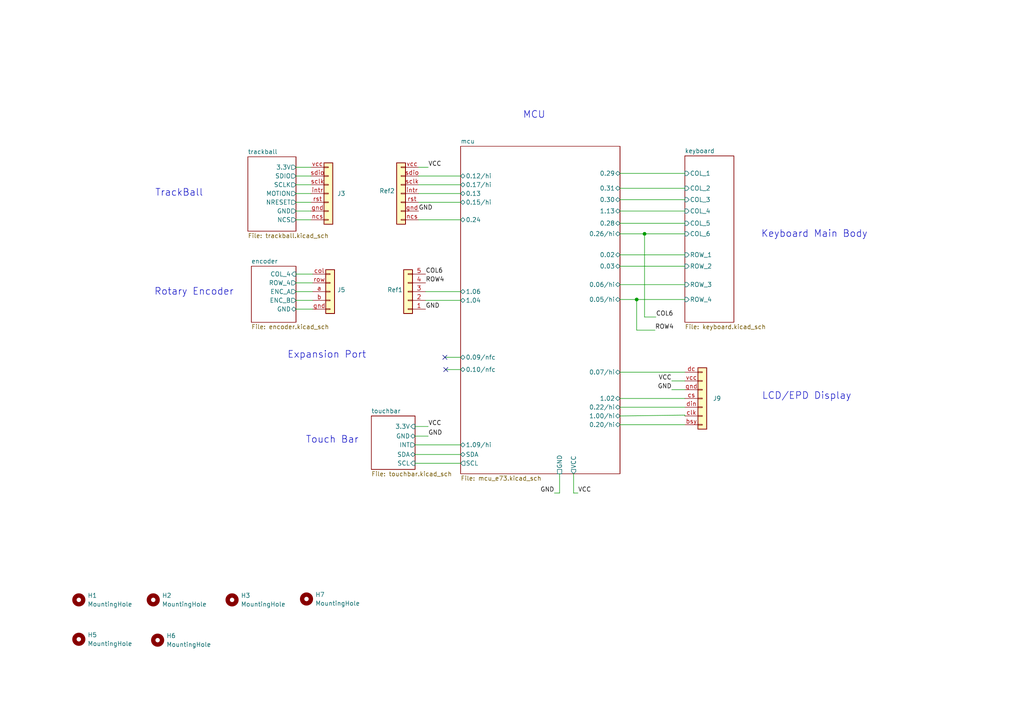
<source format=kicad_sch>
(kicad_sch (version 20211123) (generator eeschema)
  (paper "A4")
  (lib_symbols
    (symbol "Conn_01x05_1" (pin_names (offset 1.016) hide)
      (property "Reference" "J5" (at -1.016 3.302 0))
      (symbol "Conn_01x05_1_1_1"
        (rectangle (start -1.27 -4.953) (end 0 -5.207) (stroke (width 0.1524)))
        (rectangle (start -1.27 -2.413) (end 0 -2.667) (stroke (width 0.1524)))
        (rectangle (start -1.27 0.127) (end 0 -0.127) (stroke (width 0.1524)))
        (rectangle (start -1.27 2.667) (end 0 2.413) (stroke (width 0.1524)))
        (rectangle (start -1.27 5.207) (end 0 4.953) (stroke (width 0.1524)))
        (rectangle (start -1.27 6.35) (end 1.27 -6.35) (stroke (width 0.254)) (fill (type background)))
        (pin passive line (at -5.08 0 0) (length 3.81) (name "a") (number "a"))
        (pin passive line (at -5.08 -2.54 0) (length 3.81) (name "b") (number "b"))
        (pin passive line (at -5.08 5.08 0) (length 3.81) (name "col") (number "col"))
        (pin passive line (at -5.08 -5.08 0) (length 3.81) (name "gnd") (number "gnd"))
        (pin passive line (at -5.08 2.54 0) (length 3.81) (name "row") (number "row"))
      )
    )
    (symbol "Conn_01x07_1" (pin_names (offset 1.016) hide)
      (property "Reference" "J3" (at 2.54 1.2701 0))
      (property "Value" "Conn_01x07" (at 2.54 -1.2699 0))
      (symbol "Conn_01x07_1_1_1"
        (rectangle (start -1.27 -7.493) (end 0 -7.747) (stroke (width 0.1524)))
        (rectangle (start -1.27 -4.953) (end 0 -5.207) (stroke (width 0.1524)))
        (rectangle (start -1.27 -2.413) (end 0 -2.667) (stroke (width 0.1524)))
        (rectangle (start -1.27 0.127) (end 0 -0.127) (stroke (width 0.1524)))
        (rectangle (start -1.27 2.667) (end 0 2.413) (stroke (width 0.1524)))
        (rectangle (start -1.27 5.207) (end 0 4.953) (stroke (width 0.1524)))
        (rectangle (start -1.27 7.747) (end 0 7.493) (stroke (width 0.1524)))
        (rectangle (start -1.27 8.89) (end 1.27 -8.89) (stroke (width 0.254)) (fill (type background)))
        (pin passive line (at -5.08 -5.08 0) (length 3.81) (name "gnd") (number "gnd"))
        (pin passive line (at -5.08 0 0) (length 3.81) (name "motion") (number "intr"))
        (pin passive line (at -5.08 -7.62 0) (length 3.81) (name "ncs") (number "ncs"))
        (pin passive line (at -5.08 -2.54 0) (length 3.81) (name "rst") (number "rst"))
        (pin passive line (at -5.08 2.54 0) (length 3.81) (name "sclk") (number "sclk"))
        (pin passive line (at -5.08 5.08 0) (length 3.81) (name "sdio") (number "sdio"))
        (pin passive line (at -5.08 7.62 0) (length 3.81) (name "vcc") (number "vcc"))
      )
    )
    (symbol "Conn_01x07_2" (pin_names (offset 1.016) hide)
      (property "Reference" "Ref2" (at -2.54 13.97 0))
      (symbol "Conn_01x07_2_1_1"
        (rectangle (start -1.27 -7.493) (end 0 -7.747) (stroke (width 0.1524)))
        (rectangle (start -1.27 -4.953) (end 0 -5.207) (stroke (width 0.1524)))
        (rectangle (start -1.27 -2.413) (end 0 -2.667) (stroke (width 0.1524)))
        (rectangle (start -1.27 0.127) (end 0 -0.127) (stroke (width 0.1524)))
        (rectangle (start -1.27 2.667) (end 0 2.413) (stroke (width 0.1524)))
        (rectangle (start -1.27 5.207) (end 0 4.953) (stroke (width 0.1524)))
        (rectangle (start -1.27 7.747) (end 0 7.493) (stroke (width 0.1524)))
        (rectangle (start -1.27 8.89) (end 1.27 -8.89) (stroke (width 0.254)) (fill (type background)))
        (pin passive line (at -5.08 5.08 0) (length 3.81) (name "gnd") (number "gnd"))
        (pin passive line (at -5.08 0 0) (length 3.81) (name "motion") (number "intr"))
        (pin passive line (at -5.08 7.62 0) (length 3.81) (name "ncs") (number "ncs"))
        (pin passive line (at -5.08 2.54 0) (length 3.81) (name "rst") (number "rst"))
        (pin passive line (at -5.08 -2.54 0) (length 3.81) (name "sclk") (number "sclk"))
        (pin passive line (at -5.08 -5.08 0) (length 3.81) (name "sdio") (number "sdio"))
        (pin passive line (at -5.08 -7.62 0) (length 3.81) (name "vcc") (number "vcc"))
      )
    )
    (symbol "Connector_Generic:Conn_01x05" (pin_names (offset 1.016) hide)
      (property "Reference" "J" (at 0 7.62 0))
      (property "Value" "Conn_01x05" (at 0 -7.62 0))
      (symbol "Conn_01x05_1_1"
        (rectangle (start -1.27 -4.953) (end 0 -5.207) (stroke (width 0.1524)))
        (rectangle (start -1.27 -2.413) (end 0 -2.667) (stroke (width 0.1524)))
        (rectangle (start -1.27 0.127) (end 0 -0.127) (stroke (width 0.1524)))
        (rectangle (start -1.27 2.667) (end 0 2.413) (stroke (width 0.1524)))
        (rectangle (start -1.27 5.207) (end 0 4.953) (stroke (width 0.1524)))
        (rectangle (start -1.27 6.35) (end 1.27 -6.35) (stroke (width 0.254)) (fill (type background)))
        (pin passive line (at -5.08 5.08 0) (length 3.81) (name "Pin_1") (number "1"))
        (pin passive line (at -5.08 2.54 0) (length 3.81) (name "Pin_2") (number "2"))
        (pin passive line (at -5.08 0 0) (length 3.81) (name "Pin_3") (number "3"))
        (pin passive line (at -5.08 -2.54 0) (length 3.81) (name "Pin_4") (number "4"))
        (pin passive line (at -5.08 -5.08 0) (length 3.81) (name "Pin_5") (number "5"))
      )
    )
    (symbol "Mechanical:MountingHole" (pin_names (offset 1.016))
      (property "Reference" "H" (at 0 5.08 0))
      (property "Value" "MountingHole" (at 0 3.175 0))
      (symbol "MountingHole_0_1"
        (circle (center 0 0) (radius 1.27) (stroke (width 1.27)))
      )
    )
    (symbol "mysymbol:Conn_LCD" (pin_names (offset 1.016) hide)
      (property "Reference" "J" (at 0 10.16 0))
      (property "Value" "Conn_LCD" (at 0 -10.16 0))
      (symbol "Conn_LCD_1_1"
        (rectangle (start -1.27 -7.493) (end 0 -7.747) (stroke (width 0.1524)))
        (rectangle (start -1.27 -4.953) (end 0 -5.207) (stroke (width 0.1524)))
        (rectangle (start -1.27 -2.413) (end 0 -2.667) (stroke (width 0.1524)))
        (rectangle (start -1.27 0.127) (end 0 -0.127) (stroke (width 0.1524)))
        (rectangle (start -1.27 2.667) (end 0 2.413) (stroke (width 0.1524)))
        (rectangle (start -1.27 5.207) (end 0 4.953) (stroke (width 0.1524)))
        (rectangle (start -1.27 7.747) (end 0 7.493) (stroke (width 0.1524)))
        (rectangle (start -1.27 8.89) (end 1.27 -8.89) (stroke (width 0.254)) (fill (type background)))
        (pin passive line (at -5.08 -7.62 0) (length 3.81) (name "bsy") (number "bsy"))
        (pin passive line (at -5.08 -5.08 0) (length 3.81) (name "clk") (number "clk"))
        (pin passive line (at -5.08 0 0) (length 3.81) (name "cs") (number "cs"))
        (pin passive line (at -5.08 7.62 0) (length 3.81) (name "dc") (number "dc"))
        (pin passive line (at -5.08 -2.54 0) (length 3.81) (name "din") (number "din"))
        (pin passive line (at -5.08 2.54 0) (length 3.81) (name "gnd") (number "gnd"))
        (pin passive line (at -5.08 5.08 0) (length 3.81) (name "vcc") (number "vcc"))
      )
    )
  )
  (junction (at 184.658 86.868))
  (junction (at 186.944 67.818))
  (no_connect (at 129.032 103.632))
  (no_connect (at 129.286 107.188))
  (wire (pts (xy 194.818 113.03) (xy 198.628 113.03)))
  (wire (pts (xy 85.852 82.042) (xy 90.678 82.042)))
  (wire (pts (xy 194.818 110.49) (xy 198.628 110.49)))
  (wire (pts (xy 179.832 115.57) (xy 198.628 115.57)))
  (wire (pts (xy 179.832 64.77) (xy 198.628 64.77)))
  (wire (pts (xy 179.832 82.55) (xy 198.628 82.55)))
  (wire (pts (xy 179.832 50.292) (xy 198.628 50.292)))
  (wire (pts (xy 120.396 131.826) (xy 133.604 131.826)))
  (wire (pts (xy 121.412 53.594) (xy 133.604 53.594)))
  (wire (pts (xy 198.628 120.396) (xy 198.628 120.65)))
  (wire (pts (xy 85.852 56.134) (xy 90.17 56.134)))
  (wire (pts (xy 120.396 129.032) (xy 133.604 129.032)))
  (wire (pts (xy 179.832 120.65) (xy 198.628 120.396)))
  (wire (pts (xy 121.412 48.514) (xy 124.206 48.514)))
  (wire (pts (xy 85.852 84.582) (xy 90.678 84.582)))
  (wire (pts (xy 85.852 79.502) (xy 90.678 79.502)))
  (wire (pts (xy 85.852 89.662) (xy 90.678 89.662)))
  (wire (pts (xy 162.306 143.002) (xy 160.782 143.002)))
  (wire (pts (xy 179.832 123.19) (xy 198.628 123.19)))
  (wire (pts (xy 120.396 126.492) (xy 124.206 126.492)))
  (wire (pts (xy 162.306 137.414) (xy 162.306 143.002)))
  (wire (pts (xy 120.396 134.366) (xy 133.604 134.366)))
  (wire (pts (xy 189.992 95.758) (xy 184.658 95.758)))
  (wire (pts (xy 121.412 56.134) (xy 133.604 56.134)))
  (wire (pts (xy 198.628 118.11) (xy 179.832 118.11)))
  (wire (pts (xy 166.37 143.002) (xy 167.64 143.002)))
  (wire (pts (xy 85.852 58.674) (xy 90.17 58.674)))
  (wire (pts (xy 85.852 61.214) (xy 90.17 61.214)))
  (wire (pts (xy 184.658 95.758) (xy 184.658 86.868)))
  (wire (pts (xy 85.852 48.514) (xy 90.17 48.514)))
  (wire (pts (xy 85.852 63.754) (xy 90.17 63.754)))
  (wire (pts (xy 186.944 91.948) (xy 186.944 67.818)))
  (wire (pts (xy 121.412 51.054) (xy 133.604 51.054)))
  (wire (pts (xy 179.832 107.95) (xy 198.628 107.95)))
  (wire (pts (xy 179.832 57.912) (xy 198.628 57.912)))
  (wire (pts (xy 123.444 87.122) (xy 133.604 87.122)))
  (wire (pts (xy 186.944 67.818) (xy 198.628 67.818)))
  (wire (pts (xy 129.286 107.188) (xy 133.604 107.188)))
  (wire (pts (xy 179.832 54.61) (xy 198.628 54.61)))
  (wire (pts (xy 123.444 84.582) (xy 133.604 84.582)))
  (wire (pts (xy 121.412 58.674) (xy 133.604 58.674)))
  (wire (pts (xy 85.852 53.594) (xy 90.17 53.594)))
  (wire (pts (xy 179.832 77.216) (xy 198.628 77.216)))
  (wire (pts (xy 179.832 67.818) (xy 186.944 67.818)))
  (wire (pts (xy 184.658 86.868) (xy 198.628 86.868)))
  (wire (pts (xy 129.032 103.632) (xy 133.604 103.632)))
  (wire (pts (xy 120.396 123.698) (xy 124.206 123.698)))
  (wire (pts (xy 179.832 61.214) (xy 198.628 61.214)))
  (wire (pts (xy 179.832 86.868) (xy 184.658 86.868)))
  (wire (pts (xy 190.246 91.948) (xy 186.944 91.948)))
  (wire (pts (xy 85.852 87.122) (xy 90.678 87.122)))
  (wire (pts (xy 121.412 63.754) (xy 133.604 63.754)))
  (wire (pts (xy 179.832 73.914) (xy 198.628 73.914)))
  (wire (pts (xy 166.37 137.414) (xy 166.37 143.002)))
  (wire (pts (xy 85.852 51.054) (xy 90.17 51.054)))
  (text "Touch Bar" (at 88.646 128.778 0) (effects (font (size 2 2)) (justify left bottom)))
  (text "Rotary Encoder" (at 44.704 85.852 0) (effects (font (size 2 2)) (justify left bottom)))
  (text "LCD/EPD Display" (at 220.98 116.078 0) (effects (font (size 2 2)) (justify left bottom)))
  (text "Keyboard Main Body" (at 220.726 69.088 0) (effects (font (size 2 2)) (justify left bottom)))
  (text "Expansion Port" (at 83.312 104.14 0) (effects (font (size 2 2)) (justify left bottom)))
  (text "TrackBall" (at 44.958 57.15 0) (effects (font (size 2 2)) (justify left bottom)))
  (text "MCU" (at 151.638 34.544 0) (effects (font (size 2 2)) (justify left bottom)))
  (label "VCC" (at 167.64 143.002 0))
  (label "GND" (at 194.818 113.03 180))
  (label "VCC" (at 124.206 123.698 0))
  (label "GND" (at 123.444 89.662 0))
  (label "ROW4" (at 189.992 95.758 0))
  (label "ROW4" (at 123.444 82.042 0))
  (label "GND" (at 160.782 143.002 180))
  (label "GND" (at 121.412 61.214 0))
  (label "GND" (at 124.206 126.492 0))
  (label "VCC" (at 124.206 48.514 0))
  (label "COL6" (at 123.444 79.502 0))
  (label "COL6" (at 190.246 91.948 0))
  (label "VCC" (at 194.818 110.49 180))
  (symbol (lib_name "Conn_01x07_2") (lib_id "Connector_Generic:Conn_01x07") (at 116.332 56.134 180) (unit 1) (in_bom no)
    (property "Reference" "Ref2" (at 112.268 55.372 0))
    (property "Value" "Conn_1x07" (effects hide))
    (property "Footprint" "mylib:PMW3610-Ref" (effects hide))
  )
  (symbol (lib_id "Mechanical:MountingHole") (at 22.86 173.99 0) (unit 1) (in_bom no)
    (property "Reference" "H1" (at 25.4 172.7199 0) (effects (justify left)))
    (property "Value" "MountingHole" (at 25.4 175.2599 0) (effects (justify left)))
    (property "Footprint" "MountingHole:MountingHole_3.2mm_M3_DIN965" (effects hide))
  )
  (symbol (lib_id "Mechanical:MountingHole") (at 45.72 185.674 0) (unit 1) (in_bom no)
    (property "Reference" "H6" (at 48.26 184.4039 0) (effects (justify left)))
    (property "Value" "MountingHole" (at 48.26 186.9439 0) (effects (justify left)))
    (property "Footprint" "MountingHole:MountingHole_3.2mm_M3_DIN965" (effects hide))
  )
  (symbol (lib_id "Mechanical:MountingHole") (at 88.9 173.736 0) (unit 1) (in_bom no)
    (property "Reference" "H7" (at 91.44 172.4659 0) (effects (justify left)))
    (property "Value" "MountingHole" (at 91.44 175.0059 0) (effects (justify left)))
    (property "Footprint" "MountingHole:MountingHole_3.2mm_M3_DIN965" (effects hide))
  )
  (symbol (lib_id "mysymbol:Conn_LCD") (at 203.708 115.57 0) (unit 1)
    (property "Reference" "J9" (at 206.756 115.5699 0) (effects (justify left)))
    (property "Value" "Conn_Display_general" (effects hide))
    (property "Footprint" "mylib:Conn_Display_MountHole" (effects hide))
  )
  (symbol (lib_id "Connector_Generic:Conn_01x05") (at 118.364 84.582 180) (unit 1)
    (property "Reference" "Ref1" (at 114.554 84.074 0))
    (property "Value" "Conn_01x05" (effects hide))
    (property "Footprint" "mylib:Panasonic_EVQWGD001_Ref" (effects hide))
  )
  (symbol (lib_name "Conn_01x05_1") (lib_id "Connector_Generic:Conn_01x05") (at 95.758 84.582 0) (unit 1) (in_bom no)
    (property "Reference" "J5" (at 97.79 84.074 0) (effects (justify left)))
    (property "Value" "Conn_01x05" (effects hide))
    (property "Footprint" "mylib:Panasonic_EVQWGD001_Ref_Male" (effects hide))
  )
  (symbol (lib_id "Mechanical:MountingHole") (at 22.86 185.42 0) (unit 1) (in_bom no)
    (property "Reference" "H5" (at 25.4 184.1499 0) (effects (justify left)))
    (property "Value" "MountingHole" (at 25.4 186.6899 0) (effects (justify left)))
    (property "Footprint" "MountingHole:MountingHole_3.2mm_M3_DIN965" (effects hide))
  )
  (symbol (lib_id "Mechanical:MountingHole") (at 44.45 173.99 0) (unit 1) (in_bom no)
    (property "Reference" "H2" (at 46.99 172.7199 0) (effects (justify left)))
    (property "Value" "MountingHole" (at 46.99 175.2599 0) (effects (justify left)))
    (property "Footprint" "MountingHole:MountingHole_3.2mm_M3_DIN965" (effects hide))
  )
  (symbol (lib_id "Mechanical:MountingHole") (at 67.31 173.99 0) (unit 1) (in_bom no)
    (property "Reference" "H3" (at 69.85 172.7199 0) (effects (justify left)))
    (property "Value" "MountingHole" (at 69.85 175.2599 0) (effects (justify left)))
    (property "Footprint" "MountingHole:MountingHole_3.2mm_M3_DIN965" (effects hide))
  )
  (symbol (lib_name "Conn_01x07_1") (lib_id "Connector_Generic:Conn_01x07") (at 95.25 56.134 0) (unit 1) (in_bom no)
    (property "Reference" "J3" (at 97.79 56.1339 0) (effects (justify left)))
    (property "Value" "Conn_01x07" (effects hide))
    (property "Footprint" "mylib:PMW3610-Ref-Male" (effects hide))
  )
  (sheet (at 71.882 45.466) (size 13.97 21.59) (stroke (width 0.1524))
    (property "Sheet name" "trackball" (at 71.882 44.7544 0) (effects (justify left bottom)))
    (property "Sheet file" "trackball.kicad_sch" (at 71.882 67.6406 0) (effects (justify left top)))
    (pin "NCS" output (at 85.852 63.754 0))
    (pin "3.3V" output (at 85.852 48.514 0))
    (pin "GND" output (at 85.852 61.214 0))
    (pin "NRESET" output (at 85.852 58.674 0))
    (pin "SDIO" output (at 85.852 51.054 0))
    (pin "SCLK" output (at 85.852 53.594 0))
    (pin "MOTION" output (at 85.852 56.134 0))
  )
  (sheet (at 107.696 120.65) (size 12.7 15.494) (stroke (width 0.1524))
    (property "Sheet name" "touchbar" (at 107.696 119.9384 0) (effects (justify left bottom)))
    (property "Sheet file" "touchbar.kicad_sch" (at 107.696 136.7286 0) (effects (justify left top)))
    (pin "GND" bidirectional (at 120.396 126.492 0))
    (pin "INT" output (at 120.396 129.032 0))
    (pin "SDA" bidirectional (at 120.396 131.826 0))
    (pin "SCL" input (at 120.396 134.366 0))
    (pin "3.3V" input (at 120.396 123.698 0))
  )
  (sheet (at 198.628 45.212) (size 14.224 48.26) (stroke (width 0.1524))
    (property "Sheet name" "keyboard" (at 198.628 44.5004 0) (effects (justify left bottom)))
    (property "Sheet file" "keyboard.kicad_sch" (at 198.628 94.0566 0) (effects (justify left top)))
    (pin "COL_4" input (at 198.628 61.214 180))
    (pin "COL_1" input (at 198.628 50.292 180))
    (pin "COL_2" input (at 198.628 54.61 180))
    (pin "COL_3" input (at 198.628 57.912 180))
    (pin "COL_5" input (at 198.628 64.77 180))
    (pin "ROW_1" input (at 198.628 73.914 180))
    (pin "ROW_4" input (at 198.628 86.868 180))
    (pin "ROW_2" input (at 198.628 77.216 180))
    (pin "ROW_3" input (at 198.628 82.55 180))
    (pin "COL_6" input (at 198.628 67.818 180))
  )
  (sheet (at 133.604 42.418) (size 46.228 94.996) (stroke (width 0.1524))
    (property "Sheet name" "mcu" (at 133.604 41.7064 0) (effects (justify left bottom)))
    (property "Sheet file" "mcu_e73.kicad_sch" (at 133.604 137.9986 0) (effects (justify left top)))
    (pin "VCC" output (at 166.37 137.414 270))
    (pin "GND" passive (at 162.306 137.414 270))
    (pin "0.26{slash}hi" bidirectional (at 179.832 67.818 0))
    (pin "0.06{slash}hi" bidirectional (at 179.832 82.55 0))
    (pin "0.30" bidirectional (at 179.832 57.912 0))
    (pin "0.31" bidirectional (at 179.832 54.61 0))
    (pin "0.17{slash}hi" bidirectional (at 133.604 53.594 180))
    (pin "0.12{slash}hi" bidirectional (at 133.604 51.054 180))
    (pin "1.09{slash}hi" bidirectional (at 133.604 129.032 180))
    (pin "0.05{slash}hi" bidirectional (at 179.832 86.868 0))
    (pin "0.22{slash}hi" bidirectional (at 179.832 118.11 0))
    (pin "0.20{slash}hi" bidirectional (at 179.832 123.19 0))
    (pin "1.06" bidirectional (at 133.604 84.582 180))
    (pin "1.00{slash}hi" bidirectional (at 179.832 120.65 0))
    (pin "0.07{slash}hi" bidirectional (at 179.832 107.95 0))
    (pin "0.03" bidirectional (at 179.832 77.216 0))
    (pin "0.28" bidirectional (at 179.832 64.77 0))
    (pin "1.13" bidirectional (at 179.832 61.214 0))
    (pin "0.02" bidirectional (at 179.832 73.914 0))
    (pin "0.29" bidirectional (at 179.832 50.292 0))
    (pin "1.02" bidirectional (at 179.832 115.57 0))
    (pin "1.04" bidirectional (at 133.604 87.122 180))
    (pin "0.09{slash}nfc" bidirectional (at 133.604 103.632 180))
    (pin "0.10{slash}nfc" bidirectional (at 133.604 107.188 180))
    (pin "0.24" bidirectional (at 133.604 63.754 180))
    (pin "0.13" bidirectional (at 133.604 56.134 180))
    (pin "SCL" output (at 133.604 134.366 180))
    (pin "SDA" bidirectional (at 133.604 131.826 180))
    (pin "0.15{slash}hi" bidirectional (at 133.604 58.674 180))
  )
  (sheet (at 72.898 77.216) (size 12.954 16.256) (stroke (width 0.1524))
    (property "Sheet name" "encoder" (at 72.898 76.5044 0) (effects (justify left bottom)))
    (property "Sheet file" "encoder.kicad_sch" (at 72.898 94.0566 0) (effects (justify left top)))
    (pin "ROW_4" output (at 85.852 82.042 0))
    (pin "GND" bidirectional (at 85.852 89.662 0))
    (pin "ENC_A" output (at 85.852 84.582 0))
    (pin "ENC_B" output (at 85.852 87.122 0))
    (pin "COL_4" input (at 85.852 79.502 0))
  )
)
</source>
